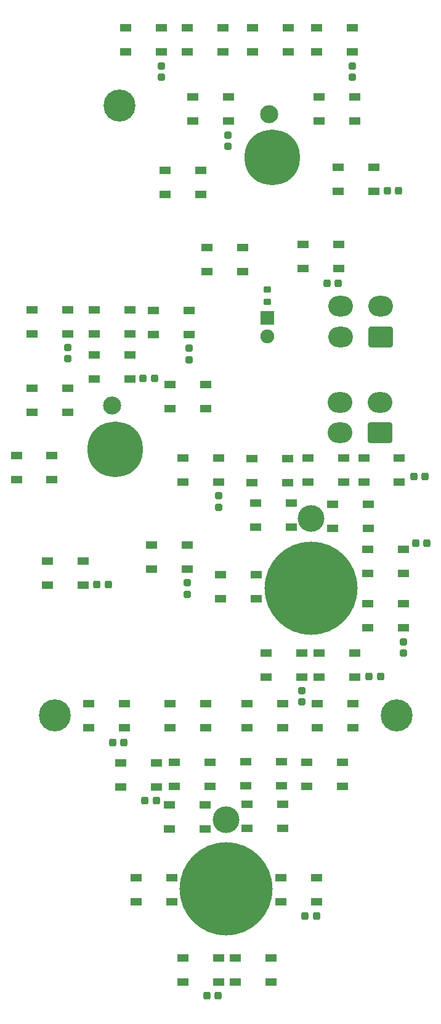
<source format=gbr>
%TF.GenerationSoftware,KiCad,Pcbnew,(6.0.9)*%
%TF.CreationDate,2023-04-01T12:32:25-08:00*%
%TF.ProjectId,EXT LT PANEL,45585420-4c54-4205-9041-4e454c2e6b69,3*%
%TF.SameCoordinates,Original*%
%TF.FileFunction,Soldermask,Top*%
%TF.FilePolarity,Negative*%
%FSLAX46Y46*%
G04 Gerber Fmt 4.6, Leading zero omitted, Abs format (unit mm)*
G04 Created by KiCad (PCBNEW (6.0.9)) date 2023-04-01 12:32:25*
%MOMM*%
%LPD*%
G01*
G04 APERTURE LIST*
G04 Aperture macros list*
%AMRoundRect*
0 Rectangle with rounded corners*
0 $1 Rounding radius*
0 $2 $3 $4 $5 $6 $7 $8 $9 X,Y pos of 4 corners*
0 Add a 4 corners polygon primitive as box body*
4,1,4,$2,$3,$4,$5,$6,$7,$8,$9,$2,$3,0*
0 Add four circle primitives for the rounded corners*
1,1,$1+$1,$2,$3*
1,1,$1+$1,$4,$5*
1,1,$1+$1,$6,$7*
1,1,$1+$1,$8,$9*
0 Add four rect primitives between the rounded corners*
20,1,$1+$1,$2,$3,$4,$5,0*
20,1,$1+$1,$4,$5,$6,$7,0*
20,1,$1+$1,$6,$7,$8,$9,0*
20,1,$1+$1,$8,$9,$2,$3,0*%
G04 Aperture macros list end*
%ADD10C,12.800000*%
%ADD11C,3.672000*%
%ADD12C,4.400000*%
%ADD13C,7.640752*%
%ADD14C,2.481250*%
%ADD15RoundRect,0.050000X-0.750000X-0.450000X0.750000X-0.450000X0.750000X0.450000X-0.750000X0.450000X0*%
%ADD16RoundRect,0.275000X0.250000X-0.225000X0.250000X0.225000X-0.250000X0.225000X-0.250000X-0.225000X0*%
%ADD17RoundRect,0.275000X0.225000X0.250000X-0.225000X0.250000X-0.225000X-0.250000X0.225000X-0.250000X0*%
%ADD18RoundRect,0.275000X-0.225000X-0.250000X0.225000X-0.250000X0.225000X0.250000X-0.225000X0.250000X0*%
%ADD19RoundRect,0.250000X0.275000X-0.200000X0.275000X0.200000X-0.275000X0.200000X-0.275000X-0.200000X0*%
%ADD20RoundRect,0.300001X1.399999X-1.099999X1.399999X1.099999X-1.399999X1.099999X-1.399999X-1.099999X0*%
%ADD21O,3.400000X2.800000*%
%ADD22RoundRect,0.050000X-0.900000X0.900000X-0.900000X-0.900000X0.900000X-0.900000X0.900000X0.900000X0*%
%ADD23C,1.900000*%
G04 APERTURE END LIST*
D10*
%TO.C,3*%
X134410400Y-106248200D03*
D11*
X134410400Y-96723200D03*
D10*
X134410400Y-106248200D03*
%TD*%
%TO.C,4*%
X122726400Y-147523200D03*
D11*
X122726400Y-137998200D03*
D10*
X122726400Y-147523200D03*
%TD*%
D12*
%TO.C,5*%
X108121400Y-40081200D03*
%TD*%
%TO.C,6*%
X99231400Y-123710700D03*
%TD*%
%TO.C,7*%
X146221400Y-123710700D03*
%TD*%
D13*
%TO.C,2*%
X107486400Y-87198200D03*
D14*
X107067861Y-81212816D03*
%TD*%
D13*
%TO.C,1*%
X129076400Y-47193200D03*
D14*
X128657861Y-41207816D03*
%TD*%
D15*
%TO.C,D1*%
X108915000Y-29414000D03*
X108915000Y-32714000D03*
X113815000Y-32714000D03*
X113815000Y-29414000D03*
%TD*%
%TO.C,D2*%
X117387000Y-29388800D03*
X117387000Y-32688800D03*
X122287000Y-32688800D03*
X122287000Y-29388800D03*
%TD*%
%TO.C,D3*%
X126390000Y-29363200D03*
X126390000Y-32663200D03*
X131290000Y-32663200D03*
X131290000Y-29363200D03*
%TD*%
%TO.C,D4*%
X135230000Y-29414000D03*
X135230000Y-32714000D03*
X140130000Y-32714000D03*
X140130000Y-29414000D03*
%TD*%
%TO.C,D5*%
X135562000Y-38862800D03*
X135562000Y-42162800D03*
X140462000Y-42162800D03*
X140462000Y-38862800D03*
%TD*%
%TO.C,D6*%
X138125000Y-48514800D03*
X138125000Y-51814800D03*
X143025000Y-51814800D03*
X143025000Y-48514800D03*
%TD*%
%TO.C,D7*%
X133299000Y-59132000D03*
X133299000Y-62432000D03*
X138199000Y-62432000D03*
X138199000Y-59132000D03*
%TD*%
%TO.C,D8*%
X120119000Y-59487600D03*
X120119000Y-62787600D03*
X125019000Y-62787600D03*
X125019000Y-59487600D03*
%TD*%
%TO.C,D9*%
X114339000Y-48946800D03*
X114339000Y-52246800D03*
X119239000Y-52246800D03*
X119239000Y-48946800D03*
%TD*%
%TO.C,D10*%
X118149000Y-38888400D03*
X118149000Y-42188400D03*
X123049000Y-42188400D03*
X123049000Y-38888400D03*
%TD*%
%TO.C,D11*%
X96051200Y-68047600D03*
X96051200Y-71347600D03*
X100951200Y-71347600D03*
X100951200Y-68047600D03*
%TD*%
%TO.C,D12*%
X104636000Y-68098400D03*
X104636000Y-71398400D03*
X109536000Y-71398400D03*
X109536000Y-68098400D03*
%TD*%
%TO.C,D13*%
X112776000Y-68123600D03*
X112776000Y-71423600D03*
X117676000Y-71423600D03*
X117676000Y-68123600D03*
%TD*%
%TO.C,D14*%
X104648000Y-74219600D03*
X104648000Y-77519600D03*
X109548000Y-77519600D03*
X109548000Y-74219600D03*
%TD*%
%TO.C,D15*%
X115062000Y-78334400D03*
X115062000Y-81634400D03*
X119962000Y-81634400D03*
X119962000Y-78334400D03*
%TD*%
%TO.C,D16*%
X116840000Y-88392800D03*
X116840000Y-91692800D03*
X121740000Y-91692800D03*
X121740000Y-88392800D03*
%TD*%
%TO.C,D17*%
X112522000Y-100331000D03*
X112522000Y-103631000D03*
X117422000Y-103631000D03*
X117422000Y-100331000D03*
%TD*%
%TO.C,D18*%
X98196000Y-102515000D03*
X98196000Y-105815000D03*
X103096000Y-105815000D03*
X103096000Y-102515000D03*
%TD*%
%TO.C,D19*%
X93917600Y-88062800D03*
X93917600Y-91362800D03*
X98817600Y-91362800D03*
X98817600Y-88062800D03*
%TD*%
%TO.C,D20*%
X96062800Y-78791600D03*
X96062800Y-82091600D03*
X100962800Y-82091600D03*
X100962800Y-78791600D03*
%TD*%
%TO.C,D21*%
X126277000Y-88469200D03*
X126277000Y-91769200D03*
X131177000Y-91769200D03*
X131177000Y-88469200D03*
%TD*%
%TO.C,D22*%
X134010000Y-88392800D03*
X134010000Y-91692800D03*
X138910000Y-91692800D03*
X138910000Y-88392800D03*
%TD*%
%TO.C,D23*%
X141670000Y-88418400D03*
X141670000Y-91718400D03*
X146570000Y-91718400D03*
X146570000Y-88418400D03*
%TD*%
%TO.C,D24*%
X126836000Y-94616000D03*
X126836000Y-97916000D03*
X131736000Y-97916000D03*
X131736000Y-94616000D03*
%TD*%
%TO.C,D25*%
X137402000Y-94768400D03*
X137402000Y-98068400D03*
X142302000Y-98068400D03*
X142302000Y-94768400D03*
%TD*%
%TO.C,D26*%
X142228000Y-100915000D03*
X142228000Y-104215000D03*
X147128000Y-104215000D03*
X147128000Y-100915000D03*
%TD*%
%TO.C,D27*%
X142240000Y-108357000D03*
X142240000Y-111657000D03*
X147140000Y-111657000D03*
X147140000Y-108357000D03*
%TD*%
%TO.C,D28*%
X135534000Y-115114000D03*
X135534000Y-118414000D03*
X140434000Y-118414000D03*
X140434000Y-115114000D03*
%TD*%
%TO.C,D29*%
X128270000Y-115114000D03*
X128270000Y-118414000D03*
X133170000Y-118414000D03*
X133170000Y-115114000D03*
%TD*%
%TO.C,D30*%
X121971000Y-104395000D03*
X121971000Y-107695000D03*
X126871000Y-107695000D03*
X126871000Y-104395000D03*
%TD*%
%TO.C,D31*%
X103835000Y-122124000D03*
X103835000Y-125424000D03*
X108735000Y-125424000D03*
X108735000Y-122124000D03*
%TD*%
%TO.C,D32*%
X115062000Y-122073000D03*
X115062000Y-125373000D03*
X119962000Y-125373000D03*
X119962000Y-122073000D03*
%TD*%
%TO.C,D33*%
X125617000Y-122099000D03*
X125617000Y-125399000D03*
X130517000Y-125399000D03*
X130517000Y-122099000D03*
%TD*%
%TO.C,D34*%
X135280000Y-122073000D03*
X135280000Y-125373000D03*
X140180000Y-125373000D03*
X140180000Y-122073000D03*
%TD*%
%TO.C,D35*%
X108255000Y-130201000D03*
X108255000Y-133501000D03*
X113155000Y-133501000D03*
X113155000Y-130201000D03*
%TD*%
%TO.C,D36*%
X115621000Y-130150000D03*
X115621000Y-133450000D03*
X120521000Y-133450000D03*
X120521000Y-130150000D03*
%TD*%
%TO.C,D37*%
X125476000Y-130049000D03*
X125476000Y-133349000D03*
X130376000Y-133349000D03*
X130376000Y-130049000D03*
%TD*%
%TO.C,D38*%
X133858000Y-130100000D03*
X133858000Y-133400000D03*
X138758000Y-133400000D03*
X138758000Y-130100000D03*
%TD*%
%TO.C,D39*%
X125605000Y-135891000D03*
X125605000Y-139191000D03*
X130505000Y-139191000D03*
X130505000Y-135891000D03*
%TD*%
%TO.C,D40*%
X130279000Y-145949000D03*
X130279000Y-149249000D03*
X135179000Y-149249000D03*
X135179000Y-145949000D03*
%TD*%
%TO.C,D41*%
X124054000Y-156973000D03*
X124054000Y-160273000D03*
X128954000Y-160273000D03*
X128954000Y-156973000D03*
%TD*%
%TO.C,D42*%
X116789000Y-156973000D03*
X116789000Y-160273000D03*
X121689000Y-160273000D03*
X121689000Y-156973000D03*
%TD*%
%TO.C,D43*%
X110388000Y-146000000D03*
X110388000Y-149300000D03*
X115288000Y-149300000D03*
X115288000Y-146000000D03*
%TD*%
%TO.C,D44*%
X114960000Y-135942000D03*
X114960000Y-139242000D03*
X119860000Y-139242000D03*
X119860000Y-135942000D03*
%TD*%
D16*
%TO.C,C2*%
X113820000Y-36170000D03*
X113820000Y-34620000D03*
%TD*%
%TO.C,C3*%
X123038000Y-45638900D03*
X123038000Y-44088900D03*
%TD*%
D17*
%TO.C,C4*%
X146449000Y-51765200D03*
X144899000Y-51765200D03*
%TD*%
D18*
%TO.C,C5*%
X136629000Y-64396600D03*
X138179000Y-64396600D03*
%TD*%
D16*
%TO.C,C6*%
X117686000Y-74912500D03*
X117686000Y-73362500D03*
%TD*%
%TO.C,C7*%
X140139000Y-36190300D03*
X140139000Y-34640300D03*
%TD*%
D17*
%TO.C,C8*%
X112898000Y-77467500D03*
X111348000Y-77467500D03*
%TD*%
D16*
%TO.C,C9*%
X100957000Y-74772700D03*
X100957000Y-73222700D03*
%TD*%
%TO.C,C10*%
X117419000Y-107066000D03*
X117419000Y-105516000D03*
%TD*%
D17*
%TO.C,C11*%
X106541000Y-105771000D03*
X104991000Y-105771000D03*
%TD*%
D16*
%TO.C,C12*%
X121735000Y-95131000D03*
X121735000Y-93581000D03*
%TD*%
D17*
%TO.C,C13*%
X150127000Y-90932000D03*
X148577000Y-90932000D03*
%TD*%
D19*
%TO.C,R1*%
X128422000Y-66946200D03*
X128422000Y-65296200D03*
%TD*%
D18*
%TO.C,C14*%
X148816000Y-100076000D03*
X150366000Y-100076000D03*
%TD*%
D17*
%TO.C,C15*%
X143978000Y-118359000D03*
X142428000Y-118359000D03*
%TD*%
D16*
%TO.C,C16*%
X147147000Y-115139000D03*
X147147000Y-113589000D03*
%TD*%
%TO.C,C17*%
X133165000Y-121847000D03*
X133165000Y-120297000D03*
%TD*%
D18*
%TO.C,C18*%
X107167000Y-127427000D03*
X108717000Y-127427000D03*
%TD*%
%TO.C,C19*%
X111595000Y-135412000D03*
X113145000Y-135412000D03*
%TD*%
%TO.C,C20*%
X120119000Y-162164000D03*
X121669000Y-162164000D03*
%TD*%
%TO.C,C21*%
X133601000Y-151178000D03*
X135151000Y-151178000D03*
%TD*%
D20*
%TO.C,J1*%
X144003000Y-71808300D03*
D21*
X144003000Y-67608300D03*
X138503000Y-71808300D03*
X138503000Y-67608300D03*
%TD*%
D20*
%TO.C,J2*%
X143934000Y-84960500D03*
D21*
X143934000Y-80760500D03*
X138434000Y-84960500D03*
X138434000Y-80760500D03*
%TD*%
D22*
%TO.C,D45*%
X128422000Y-69212500D03*
D23*
X128422000Y-71752500D03*
%TD*%
M02*

</source>
